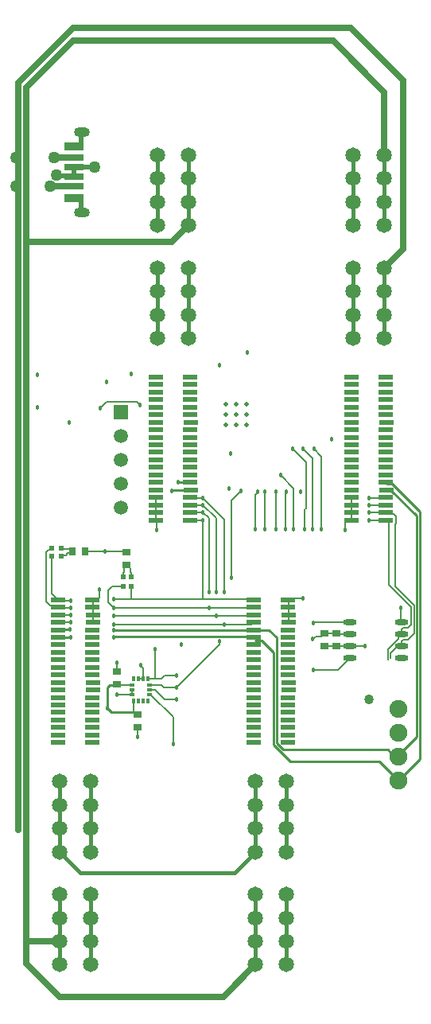
<source format=gtl>
G04*
G04 #@! TF.GenerationSoftware,Altium Limited,Altium Designer,21.5.1 (32)*
G04*
G04 Layer_Physical_Order=1*
G04 Layer_Color=255*
%FSLAX25Y25*%
%MOIN*%
G70*
G04*
G04 #@! TF.SameCoordinates,9AD95912-260A-4B2D-9037-AC9445484B82*
G04*
G04*
G04 #@! TF.FilePolarity,Positive*
G04*
G01*
G75*
%ADD14C,0.01000*%
%ADD21R,0.01378X0.02264*%
%ADD22R,0.02264X0.01378*%
%ADD33O,0.05709X0.02362*%
%ADD34R,0.03543X0.03150*%
%ADD35R,0.01968X0.02362*%
%ADD36R,0.03150X0.03543*%
%ADD37R,0.02362X0.01968*%
%ADD38R,0.05906X0.01968*%
%ADD39R,0.07874X0.02756*%
%ADD40R,0.07874X0.03150*%
%ADD41R,0.07874X0.03543*%
%ADD42C,0.00500*%
%ADD43C,0.02000*%
%ADD44C,0.02500*%
%ADD45C,0.01500*%
%ADD46C,0.04047*%
%ADD47C,0.07500*%
%ADD48R,0.05906X0.05906*%
%ADD49C,0.05906*%
%ADD50C,0.06500*%
%ADD51O,0.06693X0.03937*%
%ADD52C,0.01800*%
%ADD53C,0.05000*%
%ADD54C,0.01772*%
%ADD55C,0.01968*%
D14*
X105000Y215500D02*
X105200Y215700D01*
X46500Y215500D02*
X105000D01*
X46500Y213000D02*
X104775D01*
X105225Y212550D01*
X71150Y274150D02*
X78650D01*
X71000Y274000D02*
X71150Y274150D01*
X78650D02*
X78800Y274300D01*
X73500Y277500D02*
X73525Y277475D01*
X78750D02*
X78775Y277450D01*
X73525Y277475D02*
X78750D01*
X23200Y215700D02*
X23275Y215775D01*
X28275D01*
X28350Y215850D01*
X28450Y212550D02*
X28500Y212500D01*
X23225Y212550D02*
X28450D01*
X164431Y162500D02*
X165216D01*
X173604Y170889D02*
Y263464D01*
X165216Y162500D02*
X173604Y170889D01*
X165216Y162500D02*
X166000D01*
Y163737D01*
X160775Y277450D02*
X161259Y276966D01*
X163280D01*
X174959Y265287D01*
Y161459D02*
Y265287D01*
X166000Y152500D02*
X174959Y161459D01*
X160800Y274300D02*
X162769D01*
X173604Y263464D01*
X108532Y211239D02*
X113646Y206124D01*
Y167519D02*
Y206124D01*
Y167519D02*
X120533Y160631D01*
X157869D01*
X106000Y211239D02*
X108532D01*
X157869Y160631D02*
X166000Y152500D01*
X105200Y215700D02*
X111714D01*
X115000Y212414D01*
Y168080D02*
Y212414D01*
Y168080D02*
X117652Y165428D01*
X161503D01*
X164431Y162500D01*
X55297Y181331D02*
X55425D01*
X45725D02*
X55297D01*
X55425D02*
X56500Y180256D01*
X44056Y183000D02*
X45725Y181331D01*
X44000Y183000D02*
X44056D01*
X44000D02*
Y191500D01*
X45000Y192500D01*
X47756D02*
X48000Y192744D01*
X45000Y192500D02*
X47756D01*
D21*
X60953Y195077D02*
D03*
X58984D02*
D03*
X57016D02*
D03*
X55047D02*
D03*
Y185923D02*
D03*
X57016D02*
D03*
X58984D02*
D03*
X60953D02*
D03*
D22*
X54408Y192469D02*
D03*
Y190500D02*
D03*
Y188531D02*
D03*
X61593D02*
D03*
Y190500D02*
D03*
Y192469D02*
D03*
D33*
X167228Y219000D02*
D03*
Y214000D02*
D03*
Y209000D02*
D03*
Y204000D02*
D03*
X145772D02*
D03*
Y209000D02*
D03*
Y214000D02*
D03*
Y219000D02*
D03*
D34*
X140000Y208744D02*
D03*
Y214256D02*
D03*
X135000Y214256D02*
D03*
Y208744D02*
D03*
X52000Y242744D02*
D03*
Y248256D02*
D03*
X56500Y174744D02*
D03*
Y180256D02*
D03*
X48000Y198256D02*
D03*
Y192744D02*
D03*
D35*
X54000Y234032D02*
D03*
Y237968D02*
D03*
X50500Y237968D02*
D03*
Y234032D02*
D03*
D36*
X34756Y248500D02*
D03*
X29244D02*
D03*
D37*
X24468Y250000D02*
D03*
X20531D02*
D03*
X20563Y246500D02*
D03*
X24500D02*
D03*
D38*
X37775Y228300D02*
D03*
X23225Y199950D02*
D03*
Y225150D02*
D03*
X23255Y222000D02*
D03*
X23280Y218850D02*
D03*
X23200Y215700D02*
D03*
X23225Y212550D02*
D03*
Y209400D02*
D03*
Y206250D02*
D03*
Y203100D02*
D03*
Y171600D02*
D03*
Y196800D02*
D03*
X23255Y193650D02*
D03*
X23280Y190500D02*
D03*
X23200Y187350D02*
D03*
X23225Y184200D02*
D03*
Y181050D02*
D03*
Y177900D02*
D03*
Y174750D02*
D03*
Y168450D02*
D03*
Y228300D02*
D03*
X37775Y199950D02*
D03*
Y225150D02*
D03*
X37805Y222000D02*
D03*
X37830Y218850D02*
D03*
X37750Y215700D02*
D03*
X37775Y212550D02*
D03*
Y209400D02*
D03*
Y206250D02*
D03*
Y203100D02*
D03*
Y171600D02*
D03*
Y196800D02*
D03*
X37805Y193650D02*
D03*
X37830Y190500D02*
D03*
X37750Y187350D02*
D03*
X37775Y184200D02*
D03*
Y181050D02*
D03*
Y177900D02*
D03*
Y174750D02*
D03*
Y168450D02*
D03*
X146225Y321550D02*
D03*
Y315250D02*
D03*
Y312100D02*
D03*
Y308950D02*
D03*
Y305800D02*
D03*
X146250Y302650D02*
D03*
X146170Y299500D02*
D03*
X146195Y296350D02*
D03*
X146225Y293200D02*
D03*
Y318400D02*
D03*
Y286900D02*
D03*
Y283750D02*
D03*
Y280600D02*
D03*
Y277450D02*
D03*
X146250Y274300D02*
D03*
X146170Y271150D02*
D03*
X146195Y268000D02*
D03*
X146225Y264850D02*
D03*
Y290050D02*
D03*
X160775Y261700D02*
D03*
Y321550D02*
D03*
Y315250D02*
D03*
Y312100D02*
D03*
Y308950D02*
D03*
Y305800D02*
D03*
X160800Y302650D02*
D03*
X160720Y299500D02*
D03*
X160745Y296350D02*
D03*
X160775Y293200D02*
D03*
Y318400D02*
D03*
Y286900D02*
D03*
Y283750D02*
D03*
Y280600D02*
D03*
Y277450D02*
D03*
X160800Y274300D02*
D03*
X160720Y271150D02*
D03*
X160745Y268000D02*
D03*
X160775Y264850D02*
D03*
Y290050D02*
D03*
X146225Y261700D02*
D03*
X64225D02*
D03*
X78775Y290050D02*
D03*
Y264850D02*
D03*
X78745Y268000D02*
D03*
X78720Y271150D02*
D03*
X78800Y274300D02*
D03*
X78775Y277450D02*
D03*
Y280600D02*
D03*
Y283750D02*
D03*
Y286900D02*
D03*
Y318400D02*
D03*
Y293200D02*
D03*
X78745Y296350D02*
D03*
X78720Y299500D02*
D03*
X78800Y302650D02*
D03*
X78775Y305800D02*
D03*
Y308950D02*
D03*
Y312100D02*
D03*
Y315250D02*
D03*
Y321550D02*
D03*
Y261700D02*
D03*
X64225Y290050D02*
D03*
Y264850D02*
D03*
X64195Y268000D02*
D03*
X64170Y271150D02*
D03*
X64250Y274300D02*
D03*
X64225Y277450D02*
D03*
Y280600D02*
D03*
Y283750D02*
D03*
Y286900D02*
D03*
Y318400D02*
D03*
Y293200D02*
D03*
X64195Y296350D02*
D03*
X64170Y299500D02*
D03*
X64250Y302650D02*
D03*
X64225Y305800D02*
D03*
Y308950D02*
D03*
Y312100D02*
D03*
Y315250D02*
D03*
Y321550D02*
D03*
X119775Y228300D02*
D03*
X105225Y199950D02*
D03*
Y225150D02*
D03*
X105255Y222000D02*
D03*
X105280Y218850D02*
D03*
X105200Y215700D02*
D03*
X105225Y212550D02*
D03*
Y209400D02*
D03*
Y206250D02*
D03*
Y203100D02*
D03*
Y171600D02*
D03*
Y196800D02*
D03*
X105255Y193650D02*
D03*
X105280Y190500D02*
D03*
X105200Y187350D02*
D03*
X105225Y184200D02*
D03*
Y181050D02*
D03*
Y177900D02*
D03*
Y174750D02*
D03*
Y168450D02*
D03*
Y228300D02*
D03*
X119775Y199950D02*
D03*
Y225150D02*
D03*
X119805Y222000D02*
D03*
X119830Y218850D02*
D03*
X119750Y215700D02*
D03*
X119775Y212550D02*
D03*
Y209400D02*
D03*
Y206250D02*
D03*
Y203100D02*
D03*
Y171600D02*
D03*
Y196800D02*
D03*
X119805Y193650D02*
D03*
X119830Y190500D02*
D03*
X119750Y187350D02*
D03*
X119775Y184200D02*
D03*
Y181050D02*
D03*
Y177900D02*
D03*
Y174750D02*
D03*
Y168450D02*
D03*
D39*
X30000Y405500D02*
D03*
Y409437D02*
D03*
D40*
X30000Y401484D02*
D03*
Y413453D02*
D03*
D41*
Y396642D02*
D03*
Y418295D02*
D03*
D42*
X64170Y261755D02*
Y264850D01*
Y261755D02*
X64500Y261425D01*
X64170Y268000D02*
Y271150D01*
Y264850D02*
Y268000D01*
X64500Y257500D02*
Y261425D01*
X64000Y195077D02*
Y207500D01*
X145772Y209000D02*
X146941D01*
X165805Y211775D02*
Y213140D01*
X145520Y218749D02*
X145772Y219000D01*
X140772Y199000D02*
X145772Y204000D01*
X167000Y219228D02*
X167228Y219000D01*
X130599Y218749D02*
X145520D01*
X161646Y203354D02*
Y207615D01*
X130350Y218500D02*
X130599Y218749D01*
X165555Y209000D02*
X167228D01*
X162500Y203708D02*
Y205945D01*
X146941Y209000D02*
X147801Y209860D01*
X161646Y207615D02*
X165805Y211775D01*
Y213140D02*
X166494Y213828D01*
X146941Y209000D02*
X152000D01*
X130350Y199000D02*
X140772D01*
X167000Y219228D02*
Y225000D01*
X162500Y205945D02*
X165555Y209000D01*
X166494Y213828D02*
X167057D01*
X167228Y214000D01*
X140256D02*
X145772D01*
X140000Y214256D02*
X140256Y214000D01*
X167228D02*
Y215931D01*
X140256Y209000D02*
X145772D01*
X167228D02*
Y210931D01*
X140000Y208744D02*
X140256Y209000D01*
X167228Y210931D02*
X167866Y211569D01*
X169909D01*
X172500Y214160D01*
Y226000D01*
X164500Y234000D02*
X172500Y226000D01*
X164500Y234000D02*
Y259720D01*
X164978Y260198D01*
Y263202D01*
X164064Y264116D02*
X164978Y263202D01*
X161509Y264116D02*
X164064D01*
X160775Y264850D02*
X161509Y264116D01*
X167228Y215931D02*
X167866Y216569D01*
X169909D01*
X171333Y217993D01*
Y225167D01*
X162000Y234500D02*
X171333Y225167D01*
X162000Y234500D02*
Y260966D01*
X161266Y261700D02*
X162000Y260966D01*
X160775Y261700D02*
X161266D01*
X56500Y174744D02*
X56500Y174744D01*
Y171000D02*
Y174744D01*
X53500Y240000D02*
Y241419D01*
Y240000D02*
X53893Y239607D01*
Y238075D02*
X54000Y237968D01*
X53893Y238075D02*
Y239607D01*
X54000Y228500D02*
Y234032D01*
X54000Y228500D02*
X54000Y228500D01*
X78775Y261700D02*
X78975Y261500D01*
X78720Y271150D02*
X78870Y271000D01*
X78775Y264850D02*
X78905Y264980D01*
X78745Y268000D02*
X78766Y267980D01*
X146170Y261755D02*
Y271150D01*
X133700Y258000D02*
Y288300D01*
X130500Y291500D02*
X133700Y288300D01*
X130100Y258000D02*
Y287400D01*
X126000Y291500D02*
X130100Y287400D01*
X143500Y257500D02*
Y260944D01*
X144311Y261755D01*
X146170D01*
X153500Y261500D02*
X160575D01*
X160775Y261700D01*
X153500Y268000D02*
X160745D01*
X153500Y265000D02*
X160625D01*
X160775Y264850D01*
X153500Y271000D02*
X160570D01*
X160720Y271150D01*
X37830Y218850D02*
Y228245D01*
X20563Y230962D02*
X23225Y228300D01*
X20563Y230962D02*
Y246500D01*
X23255Y222000D02*
X28500D01*
X23430Y219000D02*
X28500D01*
X23525Y228000D02*
X28500D01*
X23225Y228300D02*
X23525Y228000D01*
X40500Y229057D02*
Y232500D01*
X37775Y228300D02*
X39744D01*
X40500Y229057D01*
X18132Y227688D02*
X19936Y225884D01*
X19797Y249266D02*
X20531Y250000D01*
X18132Y248207D02*
X19191Y249266D01*
X19797D01*
X18132Y227688D02*
Y248207D01*
X23375Y225000D02*
X28500D01*
X22491Y225884D02*
X23225Y225150D01*
X19936Y225884D02*
X22491D01*
X23800Y142150D02*
X23950Y142300D01*
X37775Y228300D02*
X37830Y228245D01*
X23280Y218850D02*
X23430Y219000D01*
X23225Y225150D02*
X23375Y225000D01*
X55297Y181331D02*
X56372Y180256D01*
X55047Y181581D02*
X55297Y181331D01*
X44350Y227150D02*
Y232350D01*
X46000Y234000D01*
X50468D01*
X116500Y280500D02*
X122100Y274900D01*
Y258000D02*
Y274900D01*
X126500Y258000D02*
Y266046D01*
X127150Y266696D01*
Y285850D01*
X121500Y291500D02*
X127150Y285850D01*
X119775Y228300D02*
X120475Y229000D01*
X126000D01*
X119830Y218850D02*
Y228245D01*
X91000Y209500D02*
Y211000D01*
X41000Y308500D02*
X43703Y311203D01*
X56297D01*
X57500Y310000D01*
X118500Y273000D02*
X119000Y273500D01*
X118500Y258000D02*
Y273000D01*
X71500Y168000D02*
Y179067D01*
X61593Y188531D02*
X62035D01*
X71500Y179067D01*
X68000Y186500D02*
X73000D01*
X86500Y225000D02*
X105075D01*
X104130Y218000D02*
X105130Y219000D01*
X119775Y228300D02*
X119830Y228245D01*
X93000Y218000D02*
X104130D01*
X46500Y221500D02*
X89500D01*
X104755D02*
X105255Y222000D01*
X89500Y221500D02*
X104755D01*
X105130Y219000D02*
X105280Y218850D01*
X46500Y218000D02*
X93000D01*
X105075Y225000D02*
X105225Y225150D01*
X105800Y272300D02*
X107000Y273500D01*
X105800Y258000D02*
Y272300D01*
X110000Y258000D02*
Y273500D01*
X114500Y258000D02*
Y273500D01*
X96000Y269804D02*
X100000Y273804D01*
X96000Y237500D02*
Y269804D01*
X86500Y231500D02*
Y262459D01*
X84000Y228500D02*
Y261350D01*
X46500Y225000D02*
X86500D01*
X73000Y191500D02*
X91000Y209500D01*
X83850Y261500D02*
X84000Y261350D01*
X83980Y264980D02*
X86500Y262459D01*
X58000Y200648D02*
Y201000D01*
Y200648D02*
X58984Y199664D01*
X24468Y250000D02*
X24969Y249500D01*
X28419D02*
X29244Y248675D01*
X24969Y249500D02*
X28419D01*
X29244Y248303D02*
Y248675D01*
X27212Y247712D02*
X28653D01*
X25000Y247000D02*
X26500D01*
X24500Y246500D02*
X25000Y247000D01*
X26500D02*
X27212Y247712D01*
X28653D02*
X29244Y248303D01*
X52675Y242244D02*
X53500Y241419D01*
X51825Y242244D02*
X52675D01*
X50500Y237968D02*
X50607Y238075D01*
Y239607D01*
X51000Y240000D01*
Y241419D01*
X51825Y242244D01*
X50468Y234000D02*
X50500Y234032D01*
X60953Y195077D02*
X64000D01*
X66577D01*
X51756Y248500D02*
X52000Y248256D01*
X43000Y248500D02*
X51756D01*
X34756Y248500D02*
X34756Y248500D01*
X43000D01*
X54000Y228500D02*
X84000D01*
X46500D02*
X54000D01*
X44350Y227150D02*
X46500Y225000D01*
X52000Y248256D02*
X52256Y248000D01*
X34500Y248756D02*
X34756Y248500D01*
X84000Y271000D02*
X93000Y262000D01*
Y231500D02*
Y262000D01*
X83980Y267980D02*
X84020D01*
X89500Y262500D01*
Y231500D02*
Y262500D01*
X78975Y261500D02*
X83850D01*
X84000Y228500D02*
X103425D01*
X103925Y229000D01*
X104925Y228000D01*
X78905Y264980D02*
X83980D01*
X104925Y228000D02*
X105225Y228300D01*
X78766Y267980D02*
X83980D01*
X78870Y271000D02*
X84000D01*
X64906Y367256D02*
X64950Y367300D01*
X64000Y190500D02*
X68000Y186500D01*
X67648Y191500D02*
X73000D01*
X68000Y196500D02*
X73000D01*
X66577Y195077D02*
X68000Y196500D01*
X61593Y190500D02*
X64000D01*
X61593Y192469D02*
X66680D01*
X67648Y191500D01*
X54392Y188516D02*
X54408Y188531D01*
X48016Y188516D02*
X54392D01*
X48000Y188500D02*
X48016Y188516D01*
X54408Y188531D02*
Y190500D01*
X58984Y195077D02*
Y199664D01*
X57016Y195077D02*
X58984D01*
X48000Y198256D02*
X48000Y198256D01*
X48000Y198256D02*
Y202000D01*
X48276Y192469D02*
X54408D01*
X48000Y192744D02*
X48276Y192469D01*
X55047Y181581D02*
Y185923D01*
X56372Y180256D02*
X56500D01*
X140000Y208744D02*
X140000Y208744D01*
X135000Y208744D02*
X140000D01*
X135000Y214256D02*
X140000D01*
X135000Y214256D02*
X135000Y214256D01*
X133675Y212931D02*
X135000Y214256D01*
X131283Y212931D02*
X133675D01*
X130352Y212000D02*
X131283Y212931D01*
X130000Y212000D02*
X130352D01*
D43*
X29622Y405878D02*
X30000Y405500D01*
X23101Y405878D02*
X29622D01*
X22671Y406308D02*
X23101Y405878D01*
X30031Y409469D02*
X38469D01*
X30000Y409437D02*
X30031Y409469D01*
X38469D02*
X38500Y409500D01*
X30000Y405500D02*
Y409437D01*
X30000Y418295D02*
X32165D01*
X32937Y419067D01*
Y424067D01*
X33150Y424279D01*
X32937Y390870D02*
Y395870D01*
Y390870D02*
X33150Y390657D01*
X30000Y396642D02*
X32165D01*
X32937Y395870D01*
D44*
X6500Y375000D02*
Y445000D01*
X29992Y401492D02*
X30000Y401484D01*
X20008Y401492D02*
X29992D01*
X20000Y401500D02*
X20008Y401492D01*
X6500Y132000D02*
Y375000D01*
X21524Y413476D02*
X29976D01*
X30000Y413453D01*
X21500Y413500D02*
X21524Y413476D01*
X6500Y445000D02*
X29500Y468000D01*
X10000Y76000D02*
X24000Y62000D01*
X92550D01*
X10000Y76000D02*
Y85200D01*
X23950D01*
X160050Y367300D02*
X168000Y375250D01*
Y446000D01*
X146000Y468000D02*
X168000Y446000D01*
X160050Y414600D02*
Y440950D01*
X138500Y462500D02*
X160050Y440950D01*
X10000Y378217D02*
Y443000D01*
Y378217D02*
X71067D01*
X10000Y85200D02*
Y378217D01*
X71067D02*
X78050Y385200D01*
X92550Y62000D02*
X105950Y75400D01*
X29500Y468000D02*
X146000D01*
X29500Y462500D02*
X138500D01*
X10000Y443000D02*
X29500Y462500D01*
D45*
X32650Y114000D02*
X97250D01*
X105950Y122700D01*
X23950D02*
X32650Y114000D01*
X160050Y337900D02*
Y347700D01*
X146950Y337900D02*
Y347700D01*
X160050Y404800D02*
Y414600D01*
X146950Y395000D02*
Y404800D01*
Y357500D02*
Y367300D01*
Y385200D02*
Y395000D01*
X160050Y385200D02*
Y395000D01*
Y347700D02*
Y357500D01*
X146950Y347700D02*
Y357500D01*
X160050Y395000D02*
Y404800D01*
Y357500D02*
Y367300D01*
X146950Y404800D02*
Y414600D01*
X37050Y142300D02*
Y152100D01*
X23950Y85200D02*
Y95000D01*
X37050Y75400D02*
Y85200D01*
Y122700D02*
Y132500D01*
Y95000D02*
Y104800D01*
X23950Y142300D02*
Y152100D01*
Y95000D02*
Y104800D01*
Y132500D02*
Y142300D01*
Y75400D02*
Y85200D01*
X37050Y132500D02*
Y142300D01*
Y85200D02*
Y95000D01*
X23950Y122700D02*
Y132500D01*
X119050Y95000D02*
Y104800D01*
Y75400D02*
Y85200D01*
X105950Y122700D02*
Y132500D01*
X119050Y85200D02*
Y95000D01*
Y132500D02*
Y142300D01*
X105950Y95000D02*
Y104800D01*
X119050Y122700D02*
Y132500D01*
X105950D02*
Y142300D01*
Y152100D01*
X119050Y142300D02*
Y152100D01*
X105950Y75400D02*
Y85200D01*
Y95000D01*
X78050Y385200D02*
Y395000D01*
X64950Y385200D02*
Y395000D01*
Y404800D01*
Y414600D01*
X78050Y395000D02*
Y404800D01*
X64950Y347700D02*
Y357500D01*
X78050D02*
Y367300D01*
X77925Y414725D02*
X78050Y414600D01*
Y337900D02*
Y347700D01*
Y357500D01*
X64950Y337900D02*
Y347700D01*
Y357500D02*
Y367300D01*
X78050Y404800D02*
Y414600D01*
X119050Y152100D02*
X119687Y151463D01*
D46*
X153598Y186701D02*
D03*
D47*
X166000Y182500D02*
D03*
Y172500D02*
D03*
Y162500D02*
D03*
Y152500D02*
D03*
D48*
X49500Y307000D02*
D03*
D49*
Y297000D02*
D03*
Y287000D02*
D03*
Y277000D02*
D03*
Y267000D02*
D03*
D50*
X37050Y75400D02*
D03*
Y85200D02*
D03*
Y95000D02*
D03*
Y104800D02*
D03*
X23950Y75400D02*
D03*
Y85200D02*
D03*
Y95000D02*
D03*
Y104800D02*
D03*
X37050Y122700D02*
D03*
Y132500D02*
D03*
Y142300D02*
D03*
Y152100D02*
D03*
X23950Y122700D02*
D03*
Y132500D02*
D03*
Y142300D02*
D03*
Y152100D02*
D03*
X160050Y337900D02*
D03*
Y347700D02*
D03*
Y357500D02*
D03*
Y367300D02*
D03*
X146950Y337900D02*
D03*
Y347700D02*
D03*
Y357500D02*
D03*
Y367300D02*
D03*
X160050Y385200D02*
D03*
Y395000D02*
D03*
Y404800D02*
D03*
Y414600D02*
D03*
X146950Y385200D02*
D03*
Y395000D02*
D03*
Y404800D02*
D03*
Y414600D02*
D03*
X64950D02*
D03*
Y404800D02*
D03*
Y395000D02*
D03*
Y385200D02*
D03*
X78050Y414600D02*
D03*
Y404800D02*
D03*
Y395000D02*
D03*
Y385200D02*
D03*
X64950Y367300D02*
D03*
Y357500D02*
D03*
Y347700D02*
D03*
Y337900D02*
D03*
X78050Y367300D02*
D03*
Y357500D02*
D03*
Y347700D02*
D03*
Y337900D02*
D03*
X119050Y75400D02*
D03*
Y85200D02*
D03*
Y95000D02*
D03*
Y104800D02*
D03*
X105950Y75400D02*
D03*
Y85200D02*
D03*
Y95000D02*
D03*
Y104800D02*
D03*
X119050Y122700D02*
D03*
Y132500D02*
D03*
Y142300D02*
D03*
Y152100D02*
D03*
X105950Y122700D02*
D03*
Y132500D02*
D03*
Y142300D02*
D03*
Y152100D02*
D03*
D51*
X33150Y424279D02*
D03*
Y390657D02*
D03*
D52*
X64500Y257500D02*
D03*
X71000Y274000D02*
D03*
X73500Y277500D02*
D03*
X46500Y215500D02*
D03*
X75000Y209500D02*
D03*
X28350Y215850D02*
D03*
X28500Y212500D02*
D03*
X46500D02*
D03*
X64000Y207500D02*
D03*
X130350Y199000D02*
D03*
X167000Y225000D02*
D03*
X152000Y209000D02*
D03*
X130350Y218500D02*
D03*
X14500Y322500D02*
D03*
X56500Y171000D02*
D03*
X43500Y319500D02*
D03*
X133700Y258000D02*
D03*
X130100D02*
D03*
X153500Y261500D02*
D03*
Y265000D02*
D03*
Y268000D02*
D03*
Y271000D02*
D03*
X138000Y295500D02*
D03*
X143500Y257500D02*
D03*
X28500Y228000D02*
D03*
X95500Y289500D02*
D03*
X91000Y326500D02*
D03*
X44000Y183000D02*
D03*
X14650Y309000D02*
D03*
X54000Y323000D02*
D03*
X130500Y291500D02*
D03*
X125000Y273500D02*
D03*
X126000Y291500D02*
D03*
X126500Y258000D02*
D03*
X121500Y291500D02*
D03*
X126000Y229000D02*
D03*
X91000Y211000D02*
D03*
X57500Y310000D02*
D03*
X41000Y308500D02*
D03*
X116500Y280500D02*
D03*
X122100Y258000D02*
D03*
X118500D02*
D03*
X71500Y168000D02*
D03*
X73000Y186500D02*
D03*
X46500Y221500D02*
D03*
Y218000D02*
D03*
X86500Y225000D02*
D03*
X89500Y221500D02*
D03*
X93000Y218000D02*
D03*
X107000Y273500D02*
D03*
X110000D02*
D03*
X105800Y258000D02*
D03*
X110000D02*
D03*
X114500Y273500D02*
D03*
Y258000D02*
D03*
X119000Y273500D02*
D03*
X100000Y273804D02*
D03*
X96000Y237500D02*
D03*
X86500Y231500D02*
D03*
X94850Y275000D02*
D03*
X58000Y201000D02*
D03*
X43000Y248500D02*
D03*
X28500Y222000D02*
D03*
Y225000D02*
D03*
Y219000D02*
D03*
X40500Y232500D02*
D03*
X83850Y261500D02*
D03*
X93000Y231500D02*
D03*
X89500D02*
D03*
X46500Y225000D02*
D03*
Y228500D02*
D03*
X83980Y264980D02*
D03*
Y267980D02*
D03*
X84000Y271000D02*
D03*
X73000Y191500D02*
D03*
Y196500D02*
D03*
X102500Y332000D02*
D03*
X48000Y188500D02*
D03*
Y202000D02*
D03*
X130000Y212000D02*
D03*
X28000Y302500D02*
D03*
D53*
X22671Y406308D02*
D03*
X38500Y409500D02*
D03*
X5750Y401500D02*
D03*
X20000D02*
D03*
X5750Y413500D02*
D03*
X21500D02*
D03*
D54*
X6500Y375000D02*
D03*
Y132000D02*
D03*
D55*
X102331Y301669D02*
D03*
Y306000D02*
D03*
Y310331D02*
D03*
X98000Y301669D02*
D03*
Y306000D02*
D03*
Y310331D02*
D03*
X93669Y301669D02*
D03*
Y306000D02*
D03*
Y310331D02*
D03*
M02*

</source>
